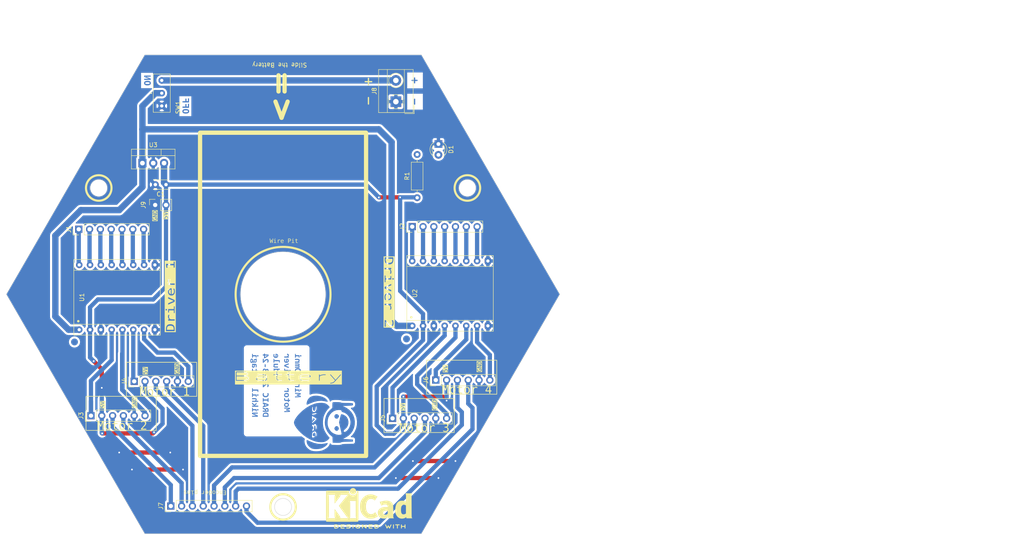
<source format=kicad_pcb>
(kicad_pcb (version 20221018) (generator pcbnew)
  (title_block (title "Maze Solver 2.0") (date "2024-06-15") (rev "1"))
  (layers (0 "F.Cu" signal) (31 "B.Cu" signal) (34 "B.Paste" user) (35 "F.Paste" user) (36 "B.SilkS" user "B.Silkscreen") (37 "F.SilkS" user "F.Silkscreen") (38 "B.Mask" user) (39 "F.Mask" user) (44 "Edge.Cuts" user))
  (net 0 "")
  (net 1 "+5V")
  (net 2 "GND")
  (net 3 "Net-(D1-A)")
  (net 4 "/PWM_A")
  (net 5 "/PWM_B")
  (net 6 "/IN_B1")
  (net 7 "/IN_B2")
  (net 8 "/PWM_C")
  (net 9 "/IN_C1")
  (net 10 "/IN_C2")
  (net 11 "/PWM_D")
  (net 12 "/IN_D1")
  (net 13 "/IN_D2")
  (net 14 "/A1")
  (net 15 "/A2")
  (net 16 "/M1Ea")
  (net 17 "/M1Eb")
  (net 18 "/B1")
  (net 19 "/B2")
  (net 20 "/C1")
  (net 21 "/C2")
  (net 22 "/M2Ea")
  (net 23 "/M2Eb")
  (net 24 "/D1")
  (net 25 "/D2")
  (net 26 "VS")
  (net 27 "VCC")
  (net 28 "/STBY1")
  (net 29 "/STBY2")
  (net 30 "/IN_A2")
  (net 31 "/IN_A1")
  (net 32 "/M3Ea")
  (net 33 "/M3Eb")
  (net 34 "/M4Ea")
  (net 35 "/M4Eb")
  (footprint "Package_TO_SOT_THT:TO-220-3_Vertical" (layer "F.Cu") (at 68.96 66.153349)
    (fp_text reference "U3" (at 2.54 -4.27) (layer "F.SilkS"))
    (fp_text value "L7805")
    (pad "1" thru_hole rect (at 0 0) (size 1.905 2) (drill 1.1) (layers "*.Cu" "*.Mask") (net 26 "VS"))
    (pad "2" thru_hole oval (at 2.54 0) (size 1.905 2) (drill 1.1) (layers "*.Cu" "*.Mask") (net 2 "GND"))
    (pad "3" thru_hole oval (at 5.08 0) (size 1.905 2) (drill 1.1) (layers "*.Cu" "*.Mask") (net 1 "+5V"))
  )
  (footprint "Connector_PinSocket_2.54mm:PinSocket_1x02_P2.54mm_Vertical" (layer "F.Cu") (at 71.96 76 90)
    (fp_text reference "J9" (at 0 -2.77 90) (layer "F.SilkS"))
    (fp_text value "Power pins")
    (pad "1" thru_hole rect (at 0 0 90) (size 1.7 1.7) (drill 1) (layers "*.Cu" "*.Mask") (net 2 "GND"))
    (pad "2" thru_hole oval (at 0 2.54 90) (size 1.7 1.7) (drill 1) (layers "*.Cu" "*.Mask") (net 1 "+5V"))
  )
  (footprint "Resistor_THT:R_Axial_DIN0207_L6.3mm_D2.5mm_P10.16mm_Horizontal" (layer "F.Cu") (at 133.5 74.288349 90)
    (fp_text reference "R1" (at 5.08 -2.37 90) (layer "F.SilkS"))
    (fp_text value "R")
    (pad "1" thru_hole circle (at 0 0 90) (size 1.6 1.6) (drill 0.8) (layers "*.Cu" "*.Mask") (net 1 "+5V"))
    (pad "2" thru_hole oval (at 10.16 0 90) (size 1.6 1.6) (drill 0.8) (layers "*.Cu" "*.Mask") (net 3 "Net-(D1-A)"))
  )
  (footprint "Connector_PinHeader_2.54mm:PinHeader_1x07_P2.54mm_Vertical" (layer "F.Cu") (at 132.34 81.097537 90)
    (fp_text reference "J2" (at 0 -2.33 90) (layer "F.SilkS"))
    (fp_text value "U2_input")
    (pad "1" thru_hole rect (at 0 0 90) (size 1.7 1.7) (drill 1) (layers "*.Cu" "*.Mask") (net 8 "/PWM_C"))
    (pad "2" thru_hole oval (at 0 2.54 90) (size 1.7 1.7) (drill 1) (layers "*.Cu" "*.Mask") (net 10 "/IN_C2"))
    (pad "3" thru_hole oval (at 0 5.08 90) (size 1.7 1.7) (drill 1) (layers "*.Cu" "*.Mask") (net 9 "/IN_C1"))
    (pad "4" thru_hole oval (at 0 7.62 90) (size 1.7 1.7) (drill 1) (layers "*.Cu" "*.Mask") (net 29 "/STBY2"))
    (pad "5" thru_hole oval (at 0 10.16 90) (size 1.7 1.7) (drill 1) (layers "*.Cu" "*.Mask") (net 12 "/IN_D1"))
    (pad "6" thru_hole oval (at 0 12.7 90) (size 1.7 1.7) (drill 1) (layers "*.Cu" "*.Mask") (net 13 "/IN_D2"))
    (pad "7" thru_hole oval (at 0 15.24 90) (size 1.7 1.7) (drill 1) (layers "*.Cu" "*.Mask") (net 11 "/PWM_D"))
  )
  (footprint "LED_THT:LED_D3.0mm_Clear" (layer "F.Cu") (at 138.5 61.668349 -90)
    (fp_text reference "D1" (at 1.27 -2.96 90) (layer "F.SilkS"))
    (fp_text value "LED")
    (pad "1" thru_hole rect (at 0 0 270) (size 1.8 1.8) (drill 0.9) (layers "*.Cu" "*.Mask") (net 2 "GND"))
    (pad "2" thru_hole circle (at 2.54 0 270) (size 1.8 1.8) (drill 0.9) (layers "*.Cu" "*.Mask") (net 3 "Net-(D1-A)"))
  )
  (footprint "sche:TB1266FNG_Module" (layer "F.Cu") (at 150.12 104.411651 90)
    (fp_text reference "U2" (at 7.62 -17.145 90 unlocked) (layer "F.SilkS"))
    (fp_text value "TB6612FNG_Module")
    (pad "1" thru_hole circle (at 0 -17.78 270) (size 1.524 1.524) (drill 0.762) (layers "*.Cu" "*.Mask") (net 26 "VS"))
    (pad "2" thru_hole circle (at 0 -15.24 270) (size 1.524 1.524) (drill 0.762) (layers "*.Cu" "*.Mask") (net 1 "+5V"))
    (pad "3" thru_hole oval (at 0 -12.7 270) (size 2 1.524) (drill 0.762) (layers "*.Cu" "*.Mask") (net 2 "GND"))
    (pad "4" thru_hole circle (at 0 -10.16 270) (size 1.524 1.524) (drill 0.762) (layers "*.Cu" "*.Mask") (net 20 "/C1"))
    (pad "5" thru_hole circle (at 0 -7.62 270) (size 1.524 1.524) (drill 0.762) (layers "*.Cu" "*.Mask") (net 21 "/C2"))
    (pad "6" thru_hole circle (at 0 -5.08 270) (size 1.524 1.524) (drill 0.762) (layers "*.Cu" "*.Mask") (net 24 "/D1"))
    (pad "7" thru_hole circle (at 0 -2.54 270) (size 1.524 1.524) (drill 0.762) (layers "*.Cu" "*.Mask") (net 25 "/D2"))
    (pad "8" thru_hole oval (at 0 0 270) (size 2 1.524) (drill 0.762) (layers "*.Cu" "*.Mask") (net 2 "GND"))
    (pad "9" thru_hole circle (at 15.24 -17.78 270) (size 1.524 1.524) (drill 0.762) (layers "*.Cu" "*.Mask") (net 8 "/PWM_C"))
    (pad "10" thru_hole circle (at 15.24 -15.24 270) (size 1.524 1.524) (drill 0.762) (layers "*.Cu" "*.Mask") (net 10 "/IN_C2"))
    (pad "11" thru_hole circle (at 15.24 -12.7 270) (size 1.524 1.524) (drill 0.762) (layers "*.Cu" "*.Mask") (net 9 "/IN_C1"))
    (pad "12" thru_hole circle (at 15.24 -10.16 270) (size 1.524 1.524) (drill 0.762) (layers "*.Cu" "*.Mask") (net 29 "/STBY2"))
    (pad "13" thru_hole circle (at 15.24 -7.62 270) (size 1.524 1.524) (drill 0.762) (layers "*.Cu" "*.Mask") (net 12 "/IN_D1"))
    (pad "14" thru_hole circle (at 15.24 -5.08 270) (size 1.524 1.524) (drill 0.762) (layers "*.Cu" "*.Mask") (net 13 "/IN_D2"))
    (pad "15" thru_hole circle (at 15.24 -2.54 270) (size 1.524 1.524) (drill 0.762) (layers "*.Cu" "*.Mask") (net 11 "/PWM_D"))
    (pad "16" thru_hole oval (at 15.24 0 270) (size 2 1.524) (drill 0.762) (layers "*.Cu" "*.Mask") (net 2 "GND"))
  )
  (footprint "Connector_PinHeader_2.54mm:PinHeader_1x06_P2.54mm_Vertical" (layer "F.Cu") (at 67.03 117.468349 90)
    (fp_text reference "J4" (at 0 -2.33 90) (layer "F.SilkS"))
    (fp_text value "M2")
    (pad "1" thru_hole rect (at 0 0 90) (size 1.7 1.7) (drill 1) (layers "*.Cu" "*.Mask") (net 18 "/B1"))
    (pad "2" thru_hole oval (at 0 2.54 90) (size 1.7 1.7) (drill 1) (layers "*.Cu" "*.Mask") (net 1 "+5V"))
    (pad "3" thru_hole oval (at 0 5.08 90) (size 1.7 1.7) (drill 1) (layers "*.Cu" "*.Mask") (net 22 "/M2Ea"))
    (pad "4" thru_hole oval (at 0 7.62 90) (size 1.7 1.7) (drill 1) (layers "*.Cu" "*.Mask") (net 23 "/M2Eb"))
    (pad "5" thru_hole oval (at 0 10.16 90) (size 1.7 1.7) (drill 1) (layers "*.Cu" "*.Mask") (net 2 "GND"))
    (pad "6" thru_hole oval (at 0 12.7 90) (size 1.7 1.7) (drill 1) (layers "*.Cu" "*.Mask") (net 19 "/B2"))
  )
  (footprint "Connector_PinHeader_2.54mm:PinHeader_1x07_P2.54mm_Vertical" (layer "F.Cu") (at 54 81.708349 90)
    (fp_text reference "J1" (at 0 -2.33 90) (layer "F.SilkS"))
    (fp_text value "U1_input")
    (pad "1" thru_hole rect (at 0 0 90) (size 1.7 1.7) (drill 1) (layers "*.Cu" "*.Mask") (net 4 "/PWM_A"))
    (pad "2" thru_hole oval (at 0 2.54 90) (size 1.7 1.7) (drill 1) (layers "*.Cu" "*.Mask") (net 30 "/IN_A2"))
    (pad "3" thru_hole oval (at 0 5.08 90) (size 1.7 1.7) (drill 1) (layers "*.Cu" "*.Mask") (net 31 "/IN_A1"))
    (pad "4" thru_hole oval (at 0 7.62 90) (size 1.7 1.7) (drill 1) (layers "*.Cu" "*.Mask") (net 28 "/STBY1"))
    (pad "5" thru_hole oval (at 0 10.16 90) (size 1.7 1.7) (drill 1) (layers "*.Cu" "*.Mask") (net 6 "/IN_B1"))
    (pad "6" thru_hole oval (at 0 12.7 90) (size 1.7 1.7) (drill 1) (layers "*.Cu" "*.Mask") (net 7 "/IN_B2"))
    (pad "7" thru_hole oval (at 0 15.24 90) (size 1.7 1.7) (drill 1) (layers "*.Cu" "*.Mask") (net 5 "/PWM_B"))
  )
  (footprint "sche:TB1266FNG_Module" (layer "F.Cu") (at 71.89 105.328349 90)
    (fp_text reference "U1" (at 7.62 -17.145 90 unlocked) (layer "F.SilkS"))
    (fp_text value "TB6612FNG_Module")
    (pad "1" thru_hole circle (at 0 -17.78 270) (size 1.524 1.524) (drill 0.762) (layers "*.Cu" "*.Mask") (net 26 "VS"))
    (pad "2" thru_hole circle (at 0 -15.24 270) (size 1.524 1.524) (drill 0.762) (layers "*.Cu" "*.Mask") (net 1 "+5V"))
    (pad "3" thru_hole oval (at 0 -12.7 270) (size 2 1.524) (drill 0.762) (layers "*.Cu" "*.Mask") (net 2 "GND"))
    (pad "4" thru_hole circle (at 0 -10.16 270) (size 1.524 1.524) (drill 0.762) (layers "*.Cu" "*.Mask") (net 14 "/A1"))
    (pad "5" thru_hole circle (at 0 -7.62 270) (size 1.524 1.524) (drill 0.762) (layers "*.Cu" "*.Mask") (net 15 "/A2"))
    (pad "6" thru_hole circle (at 0 -5.08 270) (size 1.524 1.524) (drill 0.762) (layers "*.Cu" "*.Mask") (net 18 "/B1"))
    (pad "7" thru_hole circle (at 0 -2.54 270) (size 1.524 1.524) (drill 0.762) (layers "*.Cu" "*.Mask") (net 19 "/B2"))
    (pad "8" thru_hole oval (at 0 0 270) (size 2 1.524) (drill 0.762) (layers "*.Cu" "*.Mask") (net 2 "GND"))
    (pad "9" thru_hole circle (at 15.24 -17.78 270) (size 1.524 1.524) (drill 0.762) (layers "*.Cu" "*.Mask") (net 4 "/PWM_A"))
    (pad "10" thru_hole circle (at 15.24 -15.24 270) (size 1.524 1.524) (drill 0.762) (layers "*.Cu" "*.Mask") (net 30 "/IN_A2"))
    (pad "11" thru_hole circle (at 15.24 -12.7 270) (size 1.524 1.524) (drill 0.762) (layers "*.Cu" "*.Mask") (net 31 "/IN_A1"))
    (pad "12" thru_hole circle (at 15.24 -10.16 270) (size 1.524 1.524) (drill 0.762) (layers "*.Cu" "*.Mask") (net 28 "/STBY1"))
    (pad "13" thru_hole circle (at 15.24 -7.62 270) (size 1.524 1.524) (drill 0.762) (layers "*.Cu" "*.Mask") (net 6 "/IN_B1"))
    (pad "14" thru_hole circle (at 15.24 -5.08 270) (size 1.524 1.524) (drill 0.762) (layers "*.Cu" "*.Mask") (net 7 "/IN_B2"))
    (pad "15" thru_hole circle (at 15.24 -2.54 270) (size 1.524 1.524) (drill 0.762) (layers "*.Cu" "*.Mask") (net 5 "/PWM_B"))
    (pad "16" thru_hole oval (at 15.24 0 270) (size 2 1.524) (drill 0.762) (layers "*.Cu" "*.Mask") (net 2 "GND"))
  )
  (footprint "sche:SPDT_Slidebutton" (layer "F.Cu") (at 73.5 49.708349 90)
    (fp_text reference "SW1" (at -3.366025 3.830127 90 unlocked) (layer "F.SilkS"))
    (fp_text value "SW_SPDT")
    (pad "1" thru_hole circle (at 3 0 90) (size 1.524 1.524) (drill 0.762) (layers "*.Cu" "*.Mask") (net 27 "VCC"))
    (pad "2" thru_hole circle (at 0 0 90) (size 1.524 1.524) (drill 0.762) (layers "*.Cu" "*.Mask") (net 26 "VS"))
    (pad "3" thru_hole circle (at -3 0 90) (size 1.524 1.524) (drill 0.762) (layers "*.Cu" "*.Mask") (net 2 "GND"))
  )
  (footprint "Symbol:KiCad-Logo2_8mm_SilkScreen" (layer "F.Cu") (at 122.208349 146.5)
    (fp_text reference "REF**" hide)
    (fp_text value "KiCad-Logo2_8mm_SilkScreen" hide)
  )
  (footprint "Connector_PinHeader_2.54mm:PinHeader_1x08_P2.54mm_Vertical" (layer "F.Cu") (at 75.625 146.791651 90)
    (fp_text reference "J7" (at 0 -2.33 90) (layer "F.SilkS"))
    (fp_text value "Encd_sig")
    (pad "1" thru_hole rect (at 0 0 90) (size 1.7 1.7) (drill 1) (layers "*.Cu" "*.Mask") (net 16 "/M1Ea"))
    (pad "2" thru_hole oval (at 0 2.54 90) (size 1.7 1.7) (drill 1) (layers "*.Cu" "*.Mask") (net 17 "/M1Eb"))
    (pad "3" thru_hole oval (at 0 5.08 90) (size 1.7 1.7) (drill 1) (layers "*.Cu" "*.Mask") (net 22 "/M2Ea"))
    (pad "4" thru_hole oval (at 0 7.62 90) (size 1.7 1.7) (drill 1) (layers "*.Cu" "*.Mask") (net 23 "/M2Eb"))
    (pad "5" thru_hole oval (at 0 10.16 90) (size 1.7 1.7) (drill 1) (layers "*.Cu" "*.Mask") (net 32 "/M3Ea"))
    (pad "6" thru_hole oval (at 0 12.7 90) (size 1.7 1.7) (drill 1) (layers "*.Cu" "*.Mask") (net 33 "/M3Eb"))
    (pad "7" thru_hole oval (at 0 15.24 90) (size 1.7 1.7) (drill 1) (layers "*.Cu" "*.Mask") (net 34 "/M4Ea"))
    (pad "8" thru_hole oval (at 0 17.78 90) (size 1.7 1.7) (drill 1) (layers "*.Cu" "*.Mask") (net 35 "/M4Eb"))
  )
  (footprint "Connector_PinHeader_2.54mm:PinHeader_1x06_P2.54mm_Vertical" (layer "F.Cu") (at 56.87 125.542463 90)
    (fp_text reference "J3" (at 0 -2.33 90) (layer "F.SilkS"))
    (fp_text value "M1")
    (pad "1" thru_hole rect (at 0 0 90) (size 1.7 1.7) (drill 1) (layers "*.Cu" "*.Mask") (net 14 "/A1"))
    (pad "2" thru_hole oval (at 0 2.54 90) (size 1.7 1.7) (drill 1) (layers "*.Cu" "*.Mask") (net 1 "+5V"))
    (pad "3" thru_hole oval (at 0 5.08 90) (size 1.7 1.7) (drill 1) (layers "*.Cu" "*.Mask") (net 16 "/M1Ea"))
    (pad "4" thru_hole oval (at 0 7.62 90) (size 1.7 1.7) (drill 1) (layers "*.Cu" "*.Mask") (net 17 "/M1Eb"))
    (pad "5" thru_hole oval (at 0 10.16 90) (size 1.7 1.7) (drill 1) (layers "*.Cu" "*.Mask") (net 2 "GND"))
    (pad "6" thru_hole oval (at 0 12.7 90) (size 1.7 1.7) (drill 1) (layers "*.Cu" "*.Mask") (net 15 "/A2"))
  )
  (footprint "sche:draic_logo" (layer "F.Cu") (at 111.5 127.208349 -90)
    (fp_text reference "G***" hide)
    (fp_text value "LOGO" hide)
    (fp_poly (pts (xy 0.991169 -3.469974) (xy 0.803113 -3.24304) (xy 0.779702 -3.002627) (xy 0.921117 -2.771423) (xy 0.985085 -2.715478) (xy 1.254408 -2.56504) (xy 1.496082 -2.575346) (xy 1.739347 -2.74765) (xy 1.739515 -2.747818) (xy 1.908823 -2.966744) (xy 1.927514 -3.160596) (xy 1.799744 -3.372993) (xy 1.799166 -3.373677) (xy 1.546492 -3.566022) (xy 1.266477 -3.598302)) (fill solid) (layer "B.Cu"))
    (fp_poly (pts (xy -1.630714 -3.616517) (xy -1.756834 -3.55334) (xy -1.946224 -3.368563) (xy -2.028803 -3.121516) (xy -1.998444 -2.870906) (xy -1.849024 -2.675441) (xy -1.848459 -2.675045) (xy -1.609706 -2.56053) (xy -1.366587 -2.57843) (xy -1.20466 -2.644156) (xy -1.029649 -2.806094) (xy -0.944838 -3.037885) (xy -0.974802 -3.264889) (xy -0.99073 -3.293938) (xy -1.124731 -3.433783) (xy -1.29953 -3.556) (xy -1.47948 -3.635765)) (fill solid) (layer "B.Cu"))
    (fp_poly (pts (xy -5.032239 -0.979413) (xy -5.2109 -0.908396) (xy -5.243135 -0.892205) (xy -5.579616 -0.630667) (xy -5.872206 -0.2319) (xy -6.108464 0.274936) (xy -6.275944 0.860681) (xy -6.362205 1.496177) (xy -6.371145 1.751183) (xy -6.318354 2.408359) (xy -6.148367 2.946212) (xy -5.857009 3.371514) (xy -5.440109 3.691034) (xy -5.074949 3.854116) (xy -4.779312 3.936634) (xy -4.511501 3.974393) (xy -4.31508 3.964973) (xy -4.233615 3.905954) (xy -4.233334 3.90085) (xy -4.266791 3.791779) (xy -4.355631 3.571943) (xy -4.482554 3.283517) (xy -4.520779 3.200067) (xy -4.891881 2.247167) (xy -5.104072 1.340606) (xy -5.156941 0.483208) (xy -5.050078 -0.322207) (xy -5.039425 -0.365465) (xy -4.973022 -0.656523) (xy -4.935804 -0.877723) (xy -4.935282 -0.983758) (xy -4.936653 -0.985542)) (fill solid) (layer "B.Cu"))
    (fp_poly (pts (xy 4.771199 -0.989422) (xy 4.766379 -0.889614) (xy 4.799335 -0.67408) (xy 4.859854 -0.402389) (xy 4.979944 0.418654) (xy 4.943161 1.282951) (xy 4.751604 2.175429) (xy 4.407371 3.081019) (xy 4.361022 3.179235) (xy 4.222121 3.478687) (xy 4.117959 3.72356) (xy 4.066519 3.87094) (xy 4.064 3.888052) (xy 4.137566 3.95318) (xy 4.32968 3.969407) (xy 4.597469 3.938979) (xy 4.898058 3.864145) (xy 4.967989 3.840653) (xy 5.323229 3.644184) (xy 5.664671 3.33523) (xy 5.943203 2.966914) (xy 6.104594 2.611174) (xy 6.17908 2.182732) (xy 6.199717 1.665711) (xy 6.16794 1.131588) (xy 6.085187 0.651836) (xy 6.063607 0.571998) (xy 5.893556 0.136522) (xy 5.654014 -0.282145) (xy 5.3781 -0.634736) (xy 5.098935 -0.871982) (xy 5.088889 -0.877956) (xy 4.901719 -0.969453) (xy 4.782458 -0.994938)) (fill solid) (layer "B.Cu"))
    (fp_poly (pts (xy -1.13606 -7.237248) (xy -1.14004 -7.236214) (xy -1.864165 -6.962227) (xy -2.519945 -6.543637) (xy -3.085942 -5.998546) (xy -3.540713 -5.345059) (xy -3.664792 -5.10435) (xy -3.937 -4.529666) (xy -3.979334 -5.630333) (xy -4.000284 -6.05165) (xy -4.027252 -6.41558) (xy -4.05697 -6.686546) (xy -4.086169 -6.828968) (xy -4.090164 -6.836833) (xy -4.229133 -6.926317) (xy -4.417902 -6.932302) (xy -4.572053 -6.85939) (xy -4.605275 -6.808742) (xy -4.623455 -6.679732) (xy -4.63881 -6.415156) (xy -4.650091 -6.04877) (xy -4.656051 -5.614334) (xy -4.656667 -5.418797) (xy -4.661961 -4.868711) (xy -4.678344 -4.477789) (xy -4.706564 -4.236179) (xy -4.747369 -4.134029) (xy -4.754592 -4.130136) (xy -4.794308 -4.037987) (xy -4.825976 -3.818191) (xy -4.848697 -3.512281) (xy -4.861572 -3.161791) (xy -4.863701 -2.808257) (xy -4.854184 -2.493212) (xy -4.832122 -2.258191) (xy -4.797579 -2.145654) (xy -4.683104 -2.110326) (xy -4.448515 -2.084508) (xy -4.142977 -2.073448) (xy -4.120245 -2.073362) (xy -3.513667 -2.072391) (xy -3.049187 -1.578389) (xy -2.771613 -1.306059) (xy -2.479514 -1.055588) (xy -2.233386 -0.878628) (xy -2.220655 -0.871038) (xy -1.566374 -0.571873) (xy -0.833595 -0.37923) (xy -0.083455 -0.304912) (xy 0.515876 -0.342643) (xy 1.316997 -0.540787) (xy 2.040033 -0.877368) (xy 2.66628 -1.342187) (xy 3.005666 -1.699867) (xy 3.344333 -2.109896) (xy 4.021666 -2.134448) (xy 4.699 -2.159) (xy 4.723241 -3.037003) (xy 4.728513 -3.479298) (xy 4.726473 -3.520812) (xy 2.851165 -3.520812) (xy 2.767987 -3.034491) (xy 2.587779 -2.537537) (xy 2.326695 -2.079282) (xy 2.129164 -1.833946) (xy 1.782466 -1.539534) (xy 1.337874 -1.271753) (xy 0.866198 -1.071817) (xy 0.767982 -1.04164) (xy 0.323997 -0.969376) (xy -0.200101 -0.964736) (xy -0.731426 -1.022782) (xy -1.197092 -1.138581) (xy -1.309567 -1.182312) (xy -1.906411 -1.518735) (xy -2.386158 -1.951294) (xy -2.736816 -2.461111) (xy -2.946392 -3.029309) (xy -3.002894 -3.63701) (xy -2.988155 -3.824603) (xy -2.948248 -4.072954) (xy -2.888957 -4.194611) (xy -2.785142 -4.232116) (xy -2.746601 -4.233333) (xy -2.59789 -4.275575) (xy -2.513364 -4.43075) (xy -2.494062 -4.5085) (xy -2.294321 -5.050631) (xy -1.958392 -5.52345) (xy -1.511944 -5.907391) (xy -0.980651 -6.182887) (xy -0.390184 -6.330373) (xy -0.077903 -6.35) (xy 0.453886 -6.286668) (xy 0.983892 -6.111915) (xy 1.466563 -5.848603) (xy 1.85635 -5.519595) (xy 2.032593 -5.290707) (xy 2.15398 -5.019248) (xy 2.15194 -4.833448) (xy 2.054169 -4.742575) (xy 1.888364 -4.755894) (xy 1.68222 -4.882672) (xy 1.481567 -5.10634) (xy 1.12211 -5.472217) (xy 0.675522 -5.71937) (xy 0.17657 -5.846268) (xy -0.339979 -5.851379) (xy -0.839357 -5.733174) (xy -1.286797 -5.490122) (xy -1.554673 -5.240008) (xy -1.741949 -4.976496) (xy -1.889399 -4.687019) (xy -1.980405 -4.416423) (xy -1.998349 -4.209552) (xy -1.96507 -4.132537) (xy -1.853699 -4.082109) (xy -1.6144 -4.00774) (xy -1.284949 -3.920356) (xy -0.985811 -3.849311) (xy -0.08652 -3.646053) (xy 1.16324 -3.934231) (xy 1.710403 -4.061081) (xy 2.114672 -4.152966) (xy 2.398797 -4.210064) (xy 2.58553 -4.232551) (xy 2.697623 -4.220606) (xy 2.757826 -4.174407) (xy 2.788893 -4.09413) (xy 2.813573 -3.979953) (xy 2.821161 -3.947168) (xy 2.851165 -3.520812) (xy 4.726473 -3.520812) (xy 4.713437 -3.786074) (xy 4.674835 -3.990273) (xy 4.619647 -4.110106) (xy 4.565562 -4.237478) (xy 4.525476 -4.446495) (xy 4.496988 -4.760846) (xy 4.477699 -5.204225) (xy 4.468406 -5.602769) (xy 4.445 -6.900333) (xy 3.937 -6.900333) (xy 3.883875 -6.011333) (xy 3.860239 -5.605386) (xy 3.839564 -5.231358) (xy 3.824683 -4.94145) (xy 3.819575 -4.826) (xy 3.809759 -4.696368) (xy 3.783605 -4.656178) (xy 3.72694 -4.721457) (xy 3.625589 -4.908231) (xy 3.471959 -5.21904) (xy 3.059758 -5.879154) (xy 2.531417 -6.430255) (xy 1.907402 -6.86339) (xy 1.208181 -7.169609) (xy 0.454219 -7.339959) (xy -0.334016 -7.365489)) (fill solid) (layer "B.Cu"))
    (fp_poly (pts (xy -3.792353 -1.375028) (xy -3.985882 -1.208987) (xy -4.196712 -0.98152) (xy -4.387404 -0.732938) (xy -4.518525 -0.508) (xy -4.630332 -0.124637) (xy -4.683916 0.368718) (xy -4.679901 0.923279) (xy -4.618913 1.490261) (xy -4.501577 2.020876) (xy -4.485442 2.074334) (xy -4.081971 3.088787) (xy -3.514824 4.066891) (xy -2.786497 5.004861) (xy -2.05936 5.752063) (xy -1.549591 6.190534) (xy -1.05723 6.541135) (xy -0.605636 6.790056) (xy -0.218164 6.923491) (xy -0.045434 6.942667) (xy 0.184279 6.904411) (xy 0.476184 6.806771) (xy 0.639543 6.733684) (xy 1.20357 6.387325) (xy 1.791813 5.910293) (xy 2.376733 5.333145) (xy 2.930792 4.68644) (xy 3.426452 4.000735) (xy 3.836176 3.306587) (xy 3.965351 3.043175) (xy 4.186064 2.514455) (xy 3.471333 2.514455) (xy 3.463865 2.628275) (xy 3.416252 2.689438) (xy 3.290682 2.709985) (xy 3.049342 2.701955) (xy 2.909687 2.693297) (xy 2.581973 2.661574) (xy 2.374171 2.607324) (xy 2.236993 2.514732) (xy 2.202685 2.4765) (xy 1.847124 2.4765) (xy 1.820566 2.656763) (xy 1.723457 2.714467) (xy 1.611565 2.637001) (xy 1.566333 2.54) (xy 1.448364 2.40145) (xy 1.277417 2.370667) (xy 1.043868 2.430679) (xy 0.889 2.54) (xy 0.717784 2.668585) (xy 0.579544 2.709334) (xy 0.487766 2.682594) (xy 0.074155 2.682594) (xy 0.018266 2.709245) (xy 0.011861 2.709334) (xy -0.13639 2.648241) (xy -0.33087 2.492083) (xy -0.446025 2.370667) (xy -0.65691 2.143798) (xy -0.801032 2.0509) (xy -0.905902 2.08528) (xy -0.997352 2.236549) (xy -1.032523 2.411763) (xy -0.93161 2.509179) (xy -0.68274 2.539986) (xy -0.675406 2.54) (xy -0.516219 2.580509) (xy -0.465667 2.624667) (xy -0.51322 2.671805) (xy -0.714641 2.700742) (xy -1.010195 2.709334) (xy -1.607051 2.709334) (xy -1.521136 2.554017) (xy -1.876076 2.554017) (xy -1.894347 2.675052) (xy -1.965291 2.709191) (xy -1.973326 2.709334) (xy -2.085036 2.634769) (xy -2.149377 2.4765) (xy -2.199322 2.211623) (xy -2.49162 2.211623) (xy -2.526275 2.44123) (xy -2.699456 2.607366) (xy -2.737946 2.624783) (xy -2.998117 2.688489) (xy -3.291023 2.70204) (xy -3.552585 2.668189) (xy -3.718721 2.589685) (xy -3.72529 2.582385) (xy -3.776428 2.497751) (xy -3.706407 2.481775) (xy -3.587491 2.500123) (xy -3.303922 2.510531) (xy -3.042963 2.451783) (xy -2.859327 2.341437) (xy -2.807227 2.249751) (xy -2.825241 2.075403) (xy -2.969884 1.956753) (xy -3.258079 1.88287) (xy -3.403211 1.864821) (xy -3.673627 1.816368) (xy -3.838664 1.748668) (xy -3.884392 1.680662) (xy -3.796883 1.63129) (xy -3.584222 1.618684) (xy -3.153262 1.657439) (xy -2.8511 1.750529) (xy -2.642527 1.910148) (xy -2.603514 1.958326) (xy -2.49162 2.211623) (xy -2.199322 2.211623) (xy -2.224755 2.076744) (xy -2.262633 1.81637) (xy -2.264888 1.670067) (xy -2.233399 1.612528) (xy -2.213735 1.608667) (xy -2.08693 1.691628) (xy -1.981233 1.935569) (xy -1.903743 2.307167) (xy -1.876076 2.554017) (xy -1.521136 2.554017) (xy -1.314338 2.180167) (xy -1.155344 1.915614) (xy -1.013105 1.718643) (xy -0.916907 1.629517) (xy -0.912979 1.628423) (xy -0.811186 1.677607) (xy -0.632387 1.828281) (xy -0.408527 2.052304) (xy -0.312236 2.157589) (xy -0.079526 2.426462) (xy 0.045415 2.594899) (xy 0.074155 2.682594) (xy 0.487766 2.682594) (xy 0.441579 2.669137) (xy 0.453523 2.55807) (xy 0.521553 2.475647) (xy 0.559851 2.375798) (xy 0.463064 2.251809) (xy 0.422768 2.217901) (xy 0.292361 2.048635) (xy 0.303606 1.890361) (xy 0.428833 1.756113) (xy 0.640373 1.658924) (xy 0.910556 1.61183) (xy 1.211712 1.627864) (xy 1.497321 1.711712) (xy 1.613407 1.767483) (xy 1.627843 1.803039) (xy 1.519856 1.828245) (xy 1.26867 1.852967) (xy 1.185333 1.859878) (xy 0.868963 1.896632) (xy 0.694759 1.947522) (xy 0.635645 2.021017) (xy 0.635 2.032) (xy 0.678111 2.105447) (xy 0.826 2.156068) (xy 1.106502 2.191818) (xy 1.227666 2.201334) (xy 1.537844 2.22715) (xy 1.717504 2.260545) (xy 1.805194 2.318642) (xy 1.839461 2.418563) (xy 1.847124 2.4765) (xy 2.202685 2.4765) (xy 2.19002 2.462387) (xy 2.060228 2.215426) (xy 2.04465 1.97144) (xy 2.146375 1.788478) (xy 2.357042 1.689666) (xy 2.644651 1.640945) (xy 2.934926 1.646801) (xy 3.153589 1.71172) (xy 3.175 1.726347) (xy 3.2612 1.802674) (xy 3.246807 1.842005) (xy 3.106654 1.857041) (xy 2.9102 1.859974) (xy 2.560884 1.895563) (xy 2.363798 1.995853) (xy 2.321332 2.159036) (xy 2.364087 2.273706) (xy 2.506319 2.406631) (xy 2.726137 2.499836) (xy 2.944563 2.527232) (xy 3.045934 2.498944) (xy 3.113101 2.381146) (xy 3.132666 2.23867) (xy 3.174418 2.076851) (xy 3.250608 2.032) (xy 3.384216 2.109508) (xy 3.45883 2.328186) (xy 3.471333 2.514455) (xy 4.186064 2.514455) (xy 4.260707 2.335646) (xy 4.45355 1.704372) (xy 4.555941 1.100915) (xy 4.580854 0.570744) (xy 4.570746 0.18536) (xy 4.533192 -0.098326) (xy 4.454324 -0.347405) (xy 4.341284 -0.588212) (xy 4.151773 -0.893601) (xy 3.934381 -1.148717) (xy 3.818023 -1.24588) (xy 3.532809 -1.438086) (xy 3.208429 -1.145028) (xy 2.581581 -0.657633) (xy 1.898732 -0.264542) (xy 1.439333 -0.072573) (xy 0.879304 0.064304) (xy 0.229053 0.129826) (xy -0.44805 0.123927) (xy -1.088631 0.046546) (xy -1.540124 -0.069575) (xy -2.053214 -0.286238) (xy -2.569942 -0.573791) (xy -3.031056 -0.895861) (xy -3.339007 -1.173835) (xy -3.506058 -1.337198) (xy -3.628915 -1.430742) (xy -3.653561 -1.439333)) (fill solid) (layer "B.Cu"))
  )
  (footprint "Connector_PinHeader_2.54mm:PinHeader_1x06_P2.54mm_Vertical" (layer "F.Cu") (at 137.88 117.171651 90)
    (fp_text reference "J6" (at 0 -2.33 90) (layer "F.SilkS"))
    (fp_text value "M4")
    (pad "1" thru_hole rect (at 0 0 90) (size 1.7 1.7) (drill 1) (layers "*.Cu" "*.Mask") (net 24 "/D1"))
    (pad "2" thru_hole oval (at 0 2.54 90) (size 1.7 1.7) (drill 1) (layers "*.Cu" "*.Mask") (net 1 "+5V"))
    (pad "3" thru_hole oval (at 0 5.08 90) (size 1.7 1.7) (drill 1) (layers "*.Cu" "*.Mask") (net 34 "/M4Ea"))
    (pad "4" thru_hole oval (at 0 7.62 90) (size 1.7 1.7) (drill 1) (layers "*.Cu" "*.Mask") (net 35 "/M4Eb"))
    (pad "5" thru_hole oval (at 0 10.16 90) (size 1.7 1.7) (drill 1) (layers "*.Cu" "*.Mask") (net 2 "GND"))
    (pad "6" thru_hole oval (at 0 12.7 90) (size 1.7 1.7) (drill 1) (layers "*.Cu" "*.Mask") (net 25 "/D2"))
  )
  (footprint "Capacitor_THT:C_Disc_D3.0mm_W2.0mm_P2.50mm" (layer "F.Cu") (at 74.5 71.208349 180)
    (fp_text reference "C1" (at 1.25 -2.25) (layer "F.SilkS"))
    (fp_text value "C")
    (pad "1" thru_hole circle (at 0 0 180) (size 1.6 1.6) (drill 0.8) (layers "*.Cu" "*.Mask") (net 1 "+5V"))
    (pad "2" thru_hole circle (at 2.5 0 180) (size 1.6 1.6) (drill 0.8) (layers "*.Cu" "*.Mask") (net 2 "GND"))
  )
  (footprint "TerminalBlock_MetzConnect:TerminalBlock_MetzConnect_Type055_RT01502HDWU_1x02_P5.00mm_Horizontal" (layer "F.Cu") (at 128.5 51.708349 90)
    (fp_text reference "J8" (at 2.5 -5.06 90) (layer "F.SilkS"))
    (fp_text value "Screw_Terminal_01x02")
    (pad "1" thru_hole rect (at 0 0 90) (size 2.5 2.5) (drill 1.3) (layers "*.Cu" "*.Mask") (net 2 "GND"))
    (pad "2" thru_hole circle (at 5 0 90) (size 2.5 2.5) (drill 1.3) (layers "*.Cu" "*.Mask") (net 27 "VCC"))
  )
  (footprint "Connector_PinHeader_2.54mm:PinHeader_1x06_P2.54mm_Vertical" (layer "F.Cu") (at 127.72 126.171651 90)
    (fp_text reference "J5" (at 0 -2.33 90) (layer "F.SilkS"))
    (fp_text value "M3")
    (pad "1" thru_hole rect (at 0 0 90) (size 1.7 1.7) (drill 1) (layers "*.Cu" "*.Mask") (net 20 "/C1"))
    (pad "2" thru_hole oval (at 0 2.54 90) (size 1.7 1.7) (drill 1) (layers "*.Cu" "*.Mask") (net 1 "+5V"))
    (pad "3" thru_hole oval (at 0 5.08 90) (size 1.7 1.7) (drill 1) (layers "*.Cu" "*.Mask") (net 32 "/M3Ea"))
    (pad "4" thru_hole oval (at 0 7.62 90) (size 1.7 1.7) (drill 1) (layers "*.Cu" "*.Mask") (net 33 "/M3Eb"))
    (pad "5" thru_hole oval (at 0 10.16 90) (size 1.7 1.7) (drill 1) (layers "*.Cu" "*.Mask") (net 2 "GND"))
    (pad "6" thru_hole oval (at 0 12.7 90) (size 1.7 1.7) (drill 1) (layers "*.Cu" "*.Mask") (net 21 "/C2"))
  )
  (gr_circle (center 131 107.501242) (end 131 108.208349) (stroke (width 0.2)) (fill solid) (layer "B.Cu"))
  (gr_circle (center 53 108.208349) (end 53 108.915456) (stroke (width 0.2)) (fill solid) (layer "B.Cu"))
  (gr_circle (center 102 147) (end 105 147) (stroke (width 0.5)) (fill none) (layer "F.SilkS"))
  (gr_rect (start 135.708349 112.5) (end 152.208349 120.5) (stroke (width 0.15)) (fill none) (layer "F.SilkS"))
  (gr_rect (start 82.5 59) (end 121.5 135) (stroke (width 1)) (fill none) (layer "F.SilkS"))
  (gr_rect (start 65.208349 113) (end 81.708349 121) (stroke (width 0.15)) (fill none) (layer "F.SilkS"))
  (gr_rect (start 55.708349 121) (end 72.208349 129) (stroke (width 0.15)) (fill none) (layer "F.SilkS"))
  (gr_rect (start 125.708349 121.5) (end 142.208349 129.5) (stroke (width 0.15)) (fill none) (layer "F.SilkS"))
  (gr_circle (center 58.69873 72) (end 61.69873 72) (stroke (width 0.5)) (fill none) (layer "F.SilkS"))
  (gr_circle (center 145.30127 72) (end 148.30127 72) (stroke (width 0.5)) (fill none) (layer "F.SilkS"))
  (gr_circle (center 102 97) (end 113.144967 97) (stroke (width 0.5)) (fill none) (layer "F.SilkS"))
  (gr_line (start 37 97) (end 69.5 40.708349) (stroke (width 0.1)) (layer "Edge.Cuts"))
  (gr_line (start 134.5 153.291651) (end 167 97) (stroke (width 0.1)) (layer "Edge.Cuts"))
  (gr_line (start 167 97) (end 134.5 40.708349) (stroke (width 0.1)) (layer "Edge.Cuts"))
  (gr_line (start 69.5 153.291651) (end 134.5 153.291651) (stroke (width 0.1)) (layer "Edge.Cuts"))
  (gr_circle (center 102 147) (end 102 145) (stroke (width 0.1)) (fill none) (layer "Edge.Cuts"))
  (gr_circle (center 58.69873 72) (end 58.69873 70) (stroke (width 0.1)) (fill none) (layer "Edge.Cuts"))
  (gr_line (start 69.5 153.291651) (end 37 97) (stroke (width 0.1)) (layer "Edge.Cuts"))
  (gr_line (start 134.5 40.708349) (end 69.5 40.708349) (stroke (width 0.1)) (layer "Edge.Cuts"))
  (gr_circle (center 102 97) (end 102 87) (stroke (width 0.1)) (fill none) (layer "Edge.Cuts"))
  (gr_circle (center 145.30127 72) (end 145.30127 70) (stroke (width 0.1)) (fill none) (layer "Edge.Cuts"))
  (gr_text "-" (at 133 51.708349 -90) (layer "B.Cu") (effects (font (size 1.5 1.5) (thickness 0.3) bold) (justify mirror)))
  (gr_text "+" (at 133 46.708349 -90) (layer "B.Cu") (effects (font (size 1.5 1.5) (thickness 0.3) bold) (justify mirror)))
  (gr_text "OFF" (at 79 52.708349 -90) (layer "B.Cu") (effects (font (size 1.5 1.5) (thickness 0.3) bold) (justify mirror)))
  (gr_text "ON" (at 70 46.708349 -90) (layer "B.Cu") (effects (font (size 1.5 1.5) (thickness 0.3) bold) (justify mirror)))
  (gr_text "GND" (at 137.708349 123 90) (layer "F.SilkS" knockout) (effects (font (size 1 1))))
  (gr_text "GND" (at 148.208349 114 90) (layer "F.SilkS" knockout) (effects (font (size 1 1))))
  (gr_text "Motor 3" (at 135.208349 128.5) (layer "F.SilkS") (effects (font (size 2 2))))
  (gr_text "Encoder pins" (at 88.708349 143 180) (layer "F.SilkS") (effects (font (size 1 1)) (justify left bottom)))
  (gr_text "-" (at 122.208349 51.5 -90) (layer "F.SilkS") (effects (font (size 2 2) (thickness 0.3) bold) (justify mirror)))
  (gr_text "Battery" (at 89.708349 117.5) (layer "F.SilkS" knockout) (effects (font (size 2 5)) (justify left bottom)))
  (gr_text "Motor 4" (at 145.208349 119.5) (layer "F.SilkS") (effects (font (size 2 2))))
  (gr_text "GND" (at 67.208349 122.5 90) (layer "F.SilkS" knockout) (effects (font (size 1 1))))
  (gr_text "GND" (at 77.208349 114.5 90) (layer "F.SilkS" knockout) (effects (font (size 1 1))))
  (gr_text "Driver 1" (at 75.708349 97.5 90) (layer "F.SilkS" knockout) (effects (font (size 2 2.5))))
  (gr_text "Slide the Battery" (at 107.708349 42.5 180) (layer "F.SilkS") (effects (font (size 1 1)) (justify left bottom)))
  (gr_text "5V" (at 140.208349 114.5 90) (layer "F.SilkS" knockout) (effects (font (size 1 1))))
  (gr_text "5V" (at 69.708349 115 90) (layer "F.SilkS" knockout) (effects (font (size 1 1))))
  (gr_text "5V" (at 59.708349 123 90) (layer "F.SilkS" knockout) (effects (font (size 1 1))))
  (gr_text "Motor 1" (at 74.208349 120) (layer "F.SilkS") (effects (font (size 2 2))))
  (gr_text "Motor 2" (at 64.208349 128) (layer "F.SilkS") (effects (font (size 2 2))))
  (gr_text "GND" (at 72 78.5 90) (layer "F.SilkS" knockout) (effects (font (size 1 1))))
  (gr_text "5V" (at 130.208349 123.5 90) (layer "F.SilkS" knockout) (effects (font (size 1 1))))
  (gr_text "=>" (at 102 50.5 -90) (layer "F.SilkS") (effects (font (size 5 5) (thickness 1) bold)))
  (gr_text "5V" (at 74.5 78.5 90) (layer "F.SilkS" knockout) (effects (font (size 1 1))))
  (gr_text "+" (at 122.208349 47 -90) (layer "F.SilkS") (effects (font (size 2 2) (thickness 0.3) bold) (justify mirror)))
  (gr_text "Wire Pit" (at 102.208349 84.5) (layer "F.SilkS") (effects (font (size 1 1) (thickness 0.25))))
  (gr_text "Driver 2" (at 126.708349 96.5 -90) (layer "F.SilkS" knockout) (effects (font (size 2 2.5))))
  (gr_text_box "Mini Omni\nMotor Driver Module\nDRAIC 2023-24\nNikhil Motagi" (start 107.5 109.708349) (end 93.5 129.708349) (angle 630) (layer "B.Cu") (effects (font (size 1.5 1.5) (thickness 0.3) bold) (justify right top mirror)))
  (segment (start 129.5 74.208349) (end 124.5 74.208349) (width 1) (layer "F.Cu") (net 1))
  (segment (start 71.413302 129.708349) (end 71.69 129.431651) (width 1) (layer "F.Cu") (net 1))
  (segment (start 59.41 119) (end 59.41 114.618349) (width 1) (layer "F.Cu") (net 1))
  (segment (start 140.42 122) (end 139.509564 121.089564) (width 1) (layer "F.Cu") (net 1))
  (segment (start 59.5 129.708349) (end 71.413302 129.708349) (width 1) (layer "F.Cu") (net 1))
  (segment (start 59.41 114.618349) (end 57.5 112.708349) (width 1) (layer "F.Cu") (net 1))
  (segment (start 139.509564 121.089564) (end 130.271868 121.089564) (width 1) (layer "F.Cu") (net 1))
  (via (at 71.69 129.431651) (size 0.8) (drill 0.4) (layers "F.Cu" "B.Cu") (net 1))
  (via (at 140.42 122) (size 0.8) (drill 0.4) (layers "F.Cu" "B.Cu") (net 1))
  (via (at 57.5 112.708349) (size 0.8) (drill 0.4) (layers "F.Cu" "B.Cu") (net 1))
  (via (at 59.41 119) (size 0.8) (drill 0.4) (layers "F.Cu" "B.Cu") (net 1))
  (via (at 129.5 74.208349) (size 0.8) (drill 0.4) (layers "F.Cu" "B.Cu") (net 1))
  (via (at 59.5 129.708349) (size 0.8) (drill 0.4) (layers "F.Cu" "B.Cu") (net 1))
  (via (at 124.5 74.208349) (size 0.8) (drill 0.4) (layers "F.Cu" "B.Cu") (net 1))
  (via (at 130.271868 121.089564) (size 0.8) (drill 0.4) (layers "F.Cu" "B.Cu") (net 1))
  (segment (start 59.41 125.542463) (end 59.41 119) (width 1) (layer "B.Cu") (net 1))
  (segment (start 134.88 101.588349) (end 133.5 100.208349) (width 1) (layer "B.Cu") (net 1))
  (segment (start 74.5 95.208349) (end 74.5 71.208349) (width 1) (layer "B.Cu") (net 1))
  (segment (start 140.42 117.171651) (end 140.42 122) (width 1) (layer "B.Cu") (net 1))
  (segment (start 69.57 119.811651) (end 69.57 117.468349) (width 1) (layer "B.Cu") (net 1))
  (segment (start 56.65 105.328349) (end 56.65 111.858349) (width 1) (layer "B.Cu") (net 1))
  (segment (start 129.5 96.208349) (end 129.5 74.208349) (width 1) (layer "B.Cu") (net 1))
  (segment (start 130.26 121.101432) (end 130.271868 121.089564) (width 1) (layer "B.Cu") (net 1))
  (segment (start 130.271868 121.089564) (end 130.26 121.077696) (width 1) (layer "B.Cu") (net 1))
  (segment (start 133.5 100.208349) (end 129.5 96.208349) (width 1) (layer "B.Cu") (net 1))
  (segment (start 134.88 104.411651) (end 134.88 101.588349) (width 1) (layer "B.Cu") (net 1))
  (segment (start 56.65 111.858349) (end 57.5 112.708349) (width 1) (layer "B.Cu") (net 1))
  (segment (start 124 127.791651) (end 126 129.791651) (width 1) (layer "B.Cu") (net 1))
  (segment (start 130.38 112.291651) (end 124 118.671651) (width 1) (layer "B.Cu") (net 1))
  (segment (start 73.69 123.931651) (end 69.57 119.811651) (width 1) (layer "B.Cu") (net 1))
  (segment (start 130.38 112.291651) (end 134.88 107.791651) (width 1) (layer "B.Cu") (net 1))
  (segment (start 59.41 127.651651) (end 59.41 129.618349) (width 1) (layer "B.Cu") (net 1))
  (segment (start 58.5 98.208349) (end 71.5 98.208349) (width 1) (layer "B.Cu") (net 1))
  (segment (start 130.26 126.171651) (end 130.26 121.101432) (width 1) (layer "B.Cu") (net 1))
  (segment (start 130.26 127.531651) (end 130.26 126.171651) (width 1) (layer "B.Cu") (net 1))
  (segment (start 134.88 107.791651) (end 134.88 104.411651) (width 1) (layer "B.Cu") (net 1))
  (segment (start 56.65 105.328349) (end 56.65 100.058349) (width 1) (layer "B.Cu") (net 1))
  (segment (start 56.65 100.058349) (end 58.5 98.208349) (width 1) (layer "B.Cu") (net 1))
  (segment (start 124.5 74.208349) (end 121.5 71.208349) (width 1) (layer "B.Cu") (net 1))
  (segment (start 124 118.671651) (end 124 127.791651) (width 1) (layer "B.Cu") (net 1))
  (segment (start 128 129.791651) (end 130.26 127.531651) (width 1) (layer "B.Cu") (net 1))
  (segment (start 71.69 129.431651) (end 73.69 127.431651) (width 1) (layer "B.Cu") (net 1))
  (segment (start 71.5 98.208349) (end 74.5 95.208349) (width 1) (layer "B.Cu") (net 1))
  (segment (start 130.26 121.077696) (end 130.26 121.051651) (width 1) (layer "B.Cu") (net 1))
  (segment (start 133.42 74.208349) (end 133.5 74.288349) (width 1) (layer "B.Cu") (net 1))
  (segment (start 73.69 127.431651) (end 73.69 123.931651) (width 1) (layer "B.Cu") (net 1))
  (segment (start 129.5 74.208349) (end 133.42 74.208349) (width 1) (layer "B.Cu") (net 1))
  (segment (start 126 129.791651) (end 128 129.791651) (width 1) (layer "B.Cu") (net 1))
  (segment (start 74.04 70.748349) (end 74.5 71.208349) (width 1.5) (layer "B.Cu") (net 1))
  (segment (start 121.5 71.208349) (end 74.5 71.208349) (width 1) (layer "B.Cu") (net 1))
  (segment (start 59.41 129.618349) (end 59.5 129.708349) (width 1) (layer "B.Cu") (net 1))
  (segment (start 59.41 125.542463) (end 59.41 127.651651) (width 1) (layer "B.Cu") (net 1))
  (segment (start 74.04 66.153349) (end 74.04 70.748349) (width 1.5) (layer "B.Cu") (net 1))
  (segment (start 78.5 138.208349) (end 66.5 138.208349) (width 1) (layer "F.Cu") (net 2))
  (segment (start 138.5 140.208349) (end 128.5 140.208349) (width 1) (layer "F.Cu") (net 2))
  (segment (start 142.5 136.208349) (end 132.5 136.208349) (width 1) (layer "F.Cu") (net 2))
  (segment (start 75.5 134.208349) (end 63.5 134.208349) (width 1) (layer "F.Cu") (net 2))
  (via (at 78.5 138.208349) (size 0.8) (drill 0.4) (layers "F.Cu" "B.Cu") (net 2))
  (via (at 66.5 138.208349) (size 0.8) (drill 0.4) (layers "F.Cu" "B.Cu") (net 2))
  (via (at 142.5 136.208349) (size 0.8) (drill 0.4) (layers "F.Cu" "B.Cu") (net 2))
  (via (at 132.5 136.208349) (size 0.8) (drill 0.4) (layers "F.Cu" "B.Cu") (net 2))
  (via (at 75.5 134.208349) (size 0.8) (drill 0.4) (layers "F.Cu" "B.Cu") (net 2))
  (via (at 128.5 140.208349) (size 0.8) (drill 0.4) (layers "F.Cu" "B.Cu") (net 2))
  (via (at 63.5 134.208349) (size 0.8) (drill 0.4) (layers "F.Cu" "B.Cu") (net 2))
  (via (at 138.5 140.208349) (size 0.8) (drill 0.4) (layers "F.Cu" "B.Cu") (net 2))
  (segment (start 54 89.811651) (end 54 81.737537) (width 1) (layer "B.Cu") (net 4))
  (segment (start 69.24 89.811651) (end 69.24 81.737537) (width 1) (layer "B.Cu") (net 5))
  (segment (start 64.16 89.811651) (end 64.16 81.737537) (width 1) (layer "B.Cu") (net 6))
  (segment (start 66.7 89.811651) (end 66.7 81.737537) (width 1) (layer "B.Cu") (net 7))
  (segment (start 132.34 81.097537) (end 132.34 89.171651) (width 1) (layer "B.Cu") (net 8))
  (segment (start 137.42 89.171651) (end 137.42 81.097537) (width 1) (layer "B.Cu") (net 9))
  (segment (start 134.88 89.171651) (end 134.88 81.097537) (width 1) (layer "B.Cu") (net 10))
  (segment (start 147.58 89.171651) (end 147.58 81.097537) (width 1) (layer "B.Cu") (net 11))
  (segment (start 142.5 89.171651) (end 142.5 81.097537) (width 1) (layer "B.Cu") (net 12))
  (segment (start 145.04 89.171651) (end 145.04 81.097537) (width 1) (layer "B.Cu") (net 13))
  (segment (start 61.73 112.478349) (end 56.87 117.338349) (width 1) (layer "B.Cu") (net 14))
  (segment (start 61.73 105.328349) (end 61.73 112.478349) (width 1) (layer "B.Cu") (net 14))
  (segment (start 56.87 125.542463) (end 56.87 122.111651) (width 1) (layer "B.Cu") (net 14))
  (segment (start 56.87 117.338349) (end 56.87 125.542463) (width 1) (layer "B.Cu") (net 14))
  (segment (start 69.57 125.542463) (end 69.57 124.811651) (width 1) (layer "B.Cu") (net 15))
  (segment (start 69.57 124.811651) (end 64.19 119.431651) (width 1) (layer "B.Cu") (net 15))
  (segment (start 64.27 119.511651) (end 69.57 124.811651) (width 1) (layer "B.Cu") (net 15))
  (segment (start 64.19 119.431651) (end 64.19 110.931651) (width 1) (layer "B.Cu") (net 15))
  (segment (start 64.27 105.328349) (end 64.27 119.511651) (width 1) (layer "B.Cu") (net 15))
  (segment (start 75.625 141.833349) (end 75.625 146.791651) (width 1) (layer "B.Cu") (net 16))
  (segment (start 61.95 128.158349) (end 75.625 141.833349) (width 1) (layer "B.Cu") (net 16))
  (segment (start 61.95 125.542463) (end 61.95 128.158349) (width 1) (layer "B.Cu") (net 16))
  (segment (start 64.49 125.542463) (end 64.49 127.698349) (width 1) (layer "B.Cu") (net 17))
  (segment (start 78.165 141.373349) (end 78.165 146.791651) (width 1) (layer "B.Cu") (net 17))
  (segment (start 64.49 127.698349) (end 78.165 141.373349) (width 1) (layer "B.Cu") (net 17))
  (segment (start 66.81 105.328349) (end 66.81 117.248349) (width 1) (layer "B.Cu") (net 18))
  (segment (start 66.81 117.248349) (end 67.03 117.468349) (width 1) (layer "B.Cu") (net 18))
  (segment (start 79.73 117.468349) (end 79.73 113.971651) (width 1) (layer "B.Cu") (net 19))
  (segment (start 69.35 107.558349) (end 72.5 110.708349) (width 1) (layer "B.Cu") (net 19))
  (segment (start 69.35 105.328349) (end 69.35 107.558349) (width 1) (layer "B.Cu") (net 19))
  (segment (start 76.466698 110.708349) (end 79.73 113.971651) (width 1) (layer "B.Cu") (net 19))
  (segment (start 72.5 110.708349) (end 76.466698 110.708349) (width 1) (layer "B.Cu") (net 19))
  (segment (start 139.96 106.711651) (end 139.96 104.411651) (width 1) (layer "B.Cu") (net 20))
  (segment (start 127.72 118.951651) (end 139.96 106.711651) (width 1) (layer "B.Cu") (net 20))
  (segment (start 127.72 126.171651) (end 127.72 118.951651) (width 1) (layer "B.Cu") (net 20))
  (segment (start 140.42 125.091651) (end 133.5 118.171651) (width 1) (layer "B.Cu") (net 21))
  (segment (start 133.5 118.171651) (end 133.5 116.171651) (width 1) (layer "B.Cu") (net 21))
  (segment (start 140.42 126.171651) (end 140.42 125.091651) (width 1) (layer "B.Cu") (net 21))
  (segment (start 133.5 116.171651) (end 142.5 107.171651) (width 1) (layer "B.Cu") (net 21))
  (segment (start 142.5 107.171651) (end 142.5 104.411651) (width 1) (layer "B.Cu") (net 21))
  (segment (start 80.705 127.913349) (end 80.705 146.791651) (width 1) (layer "B.Cu") (net 22))
  (segment (start 72.11 117.468349) (end 72.11 119.318349) (width 1) (layer "B.Cu") (net 22))
  (segment (start 72.11 119.318349) (end 80.705 127.913349) (width 1) (layer "B.Cu") (net 22))
  (segment (start 74.65 119.358349) (end 83.245 127.953349) (width 1) (layer "B.Cu") (net 23))
  (segment (start 74.65 117.468349) (end 74.65 119.358349) (width 1) (layer "B.Cu") (net 23))
  (segment (start 83.245 127.953349) (end 83.245 146.791651) (width 1) (layer "B.Cu") (net 23))
  (segment (start 137.88 117.171651) (end 137.88 114.791651) (width 1) (layer "B.Cu") (net 24))
  (segment (start 137.88 114.791651) (end 145.04 107.631651) (width 1) (layer "B.Cu") (net 24))
  (segment (start 145.04 107.631651) (end 145.04 104.411651) (width 1) (layer "B.Cu") (net 24))
  (segment (start 150.58 116.171651) (end 150.58 111.251651) (width 1) (layer "B.Cu") (net 25))
  (segment (start 147.58 108.251651) (end 147.58 104.411651) (width 1) (layer "B.Cu") (net 25))
  (segment (start 150.58 111.251651) (end 147.58 108.251651) (width 1) (layer "B.Cu") (net 25))
  (segment (start 127.5 103.208349) (end 127.5 61.208349) (width 1.5) (layer "B.Cu") (net 26))
  (segment (start 68.96 71.748349) (end 63.5 77.208349) (width 1.5) (layer "B.Cu") (net 26))
  (segment (start 48.5 83.208349) (end 48.5 102.208349) (width 1.5) (layer "B.Cu") (net 26))
  (segment (start 73.5 49.708349) (end 72 49.708349) (width 1.5) (layer "B.Cu") (net 26))
  (segment (start 124.5 58.208349) (end 68.96 58.208349) (width 1.5) (layer "B.Cu") (net 26))
  (segment (start 128.703302 104.411651) (end 127.5 103.208349) (width 1.5) (layer "B.Cu") (net 26))
  (segment (start 54.5 77.208349) (end 48.5 83.208349) (width 1.5) (layer "B.Cu") (net 26))
  (segment (start 68.96 66.153349) (end 68.96 71.748349) (width 1.5) (layer "B.Cu") (net 26))
  (segment (start 68.96 52.748349) (end 68.96 58.208349) (width 1.5) (layer "B.Cu") (net 26))
  (segment (start 48.5 102.208349) (end 51.62 105.328349) (width 1.5) (layer "B.Cu") (net 26))
  (segment (start 127.5 61.208349) (end 124.5 58.208349) (width 1.5) (layer "B.Cu") (net 26))
  (segment (start 72 49.708349) (end 68.96 52.748349) (width 1.5) (layer "B.Cu") (net 26))
  (segment (start 132.34 104.411651) (end 128.703302 104.411651) (width 1.5) (layer "B.Cu") (net 26))
  (segment (start 63.5 77.208349) (end 54.5 77.208349) (width 1.5) (layer "B.Cu") (net 26))
  (segment (start 51.62 105.328349) (end 54.11 105.328349) (width 1.5) (layer "B.Cu") (net 26))
  (segment (start 68.96 58.208349) (end 68.96 66.153349) (width 1.5) (layer "B.Cu") (net 26))
  (segment (start 73.5 46.708349) (end 128.5 46.708349) (width 1.5) (layer "B.Cu") (net 27))
  (segment (start 61.62 89.811651) (end 61.62 81.737537) (width 1) (layer "B.Cu") (net 28))
  (segment (start 139.96 89.171651) (end 139.96 81.097537) (width 1) (layer "B.Cu") (net 29))
  (segment (start 56.54 89.811651) (end 56.54 81.737537) (width 1) (layer "B.Cu") (net 30))
  (segment (start 59.08 89.811651) (end 59.08 81.737537) (width 1) (layer "B.Cu") (net 31))
  (segment (start 123.5 137.708349) (end 90 137.708349) (width 1) (layer "B.Cu") (net 32))
  (segment (start 132.8 126.171651) (end 132.8 128.408349) (width 1) (layer "B.Cu") (net 32))
  (segment (start 132.8 128.408349) (end 123.5 137.708349) (width 1) (layer "B.Cu") (net 32))
  (segment (start 85.785 141.923349) (end 85.785 146.791651) (width 1) (layer "B.Cu") (net 32))
  (segment (start 90 137.708349) (end 85.785 141.923349) (width 1) (layer "B.Cu") (net 32))
  (segment (start 88.325 146.791651) (end 88.325 142.383349) (width 1) (layer "B.Cu") (net 33))
  (segment (start 135.34 129.368349) (end 135.34 126.171651) (width 1) (layer "B.Cu") (net 33))
  (segment (start 90.5 140.208349) (end 124.5 140.208349) (width 1) (layer "B.Cu") (net 33))
  (segment (start 124.5 140.208349) (end 135.34 129.368349) (width 1) (layer "B.Cu") (net 33))
  (segment (start 88.325 142.383349) (end 90.5 140.208349) (width 1) (layer "B.Cu") (net 33))
  (segment (start 144 127.708349) (end 129 142.708349) (width 1) (layer "B.Cu") (net 34))
  (segment (start 142.96 123.668349) (end 144 124.708349) (width 1) (layer "B.Cu") (net 34))
  (segment (start 144 124.708349) (end 144 127.708349) (width 1) (layer "B.Cu") (net 34))
  (segment (start 142.96 117.171651) (end 142.96 123.668349) (width 1) (layer "B.Cu") (net 34))
  (segment (start 129 142.708349) (end 91.5 142.708349) (width 1) (layer "B.Cu") (net 34))
  (segment (start 90.865 143.343349) (end 90.865 146.791651) (width 1) (layer "B.Cu") (net 34))
  (segment (start 91.5 142.708349) (end 90.865 143.343349) (width 1) (layer "B.Cu") (net 34))
  (segment (start 93.405 148.113349) (end 93.405 146.791651) (width 1) (layer "B.Cu") (net 35))
  (segment (start 146.5 123.708349) (end 146.5 128.708349) (width 1) (layer "B.Cu") (net 35))
  (segment (start 96 150.708349) (end 93.405 148.113349) (width 1) (layer "B.Cu") (net 35))
  (segment (start 146.5 128.708349) (end 124.5 150.708349) (width 1) (layer "B.Cu") (net 35))
  (segment (start 124.5 150.708349) (end 96 150.708349) (width 1) (layer "B.Cu") (net 35))
  (segment (start 145.5 117.171651) (end 145.5 122.708349) (width 1) (layer "B.Cu") (net 35))
  (segment (start 145.5 122.708349) (end 146.5 123.708349) (width 1) (layer "B.Cu") (net 35))
  (zone (net 2) (net_name "GND") (layer "B.Cu") (connect_pads (clearance 0.5)) (min_thickness 0.25) (fill yes (thermal_gap 0.5) (thermal_bridge_width 0.8))
    (polygon (pts (xy 168.5 36.208349) (xy 168.5 155.208349) (xy 35.5 155.208349) (xy 35.5 36.208349)))
  )
)
</source>
